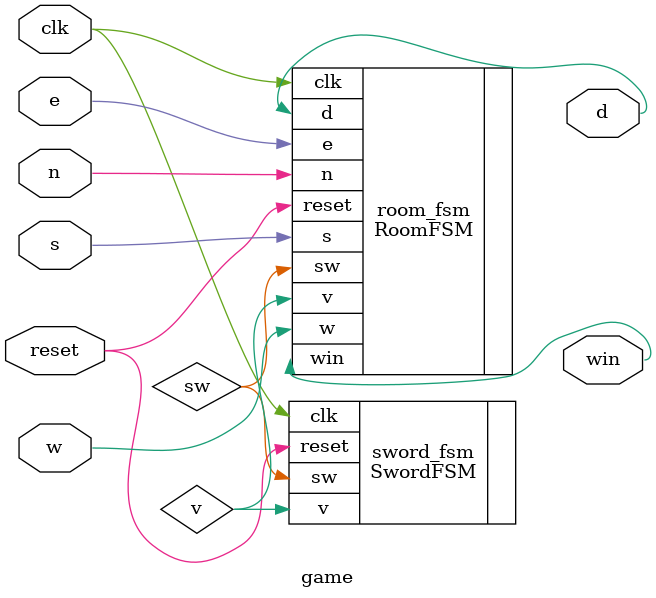
<source format=sv>
module game (
    input logic n,         // North direction input
    input logic s,         // South direction input
    input logic e,         // East direction input
    input logic w,         // West direction input
    input logic reset,     // Reset input
    input logic clk,       // Clock input
    output logic d,        // Output indicating player is dead
    output logic win       // Output indicating game won
);
    
    logic sw;  // Sword found signal input
    logic v;   // Vorpal sword found signal input

    RoomFSM room_fsm (
        .clk(clk),
        .reset(reset),
        .n(n),
        .s(s),
        .e(e),
        .w(w),
        .sw(sw),
        .v(v),
        .win(win),
        .d(d)
    );

    SwordFSM sword_fsm (
        .clk(clk),
        .reset(reset),
        .sw(sw),
        .v(v)
    );

endmodule

</source>
